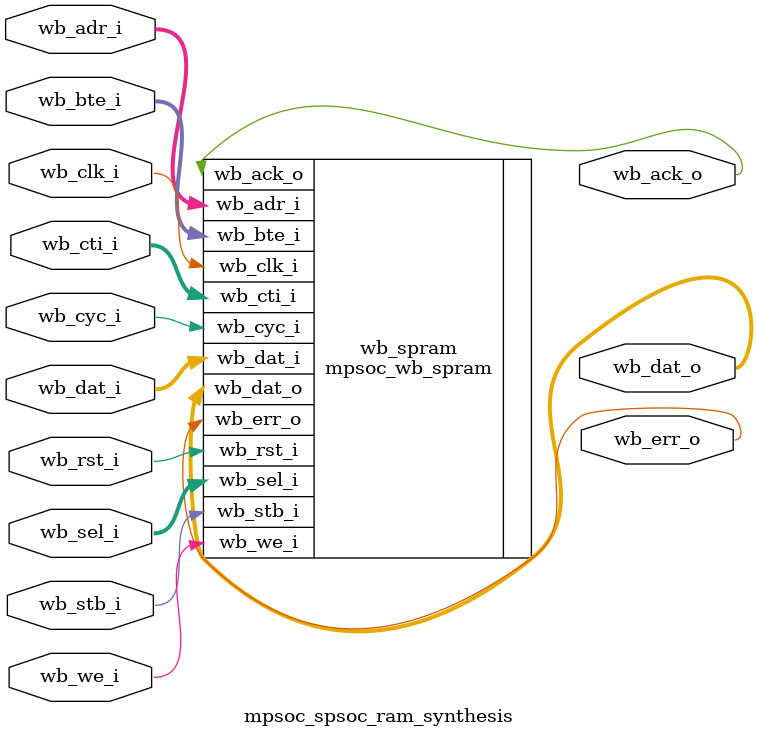
<source format=sv>

/* Copyright (c) 2018-2019 by the author(s)
 *
 * Permission is hereby granted, free of charge, to any person obtaining a copy
 * of this software and associated documentation files (the "Software"), to deal
 * in the Software without restriction, including without limitation the rights
 * to use, copy, modify, merge, publish, distribute, sublicense, and/or sell
 * copies of the Software, and to permit persons to whom the Software is
 * furnished to do so, subject to the following conditions:
 *
 * The above copyright notice and this permission notice shall be included in
 * all copies or substantial portions of the Software.
 *
 * THE SOFTWARE IS PROVIDED "AS IS", WITHOUT WARRANTY OF ANY KIND, EXPRESS OR
 * IMPLIED, INCLUDING BUT NOT LIMITED TO THE WARRANTIES OF MERCHANTABILITY,
 * FITNESS FOR A PARTICULAR PURPOSE AND NONINFRINGEMENT. IN NO EVENT SHALL THE
 * AUTHORS OR COPYRIGHT HOLDERS BE LIABLE FOR ANY CLAIM, DAMAGES OR OTHER
 * LIABILITY, WHETHER IN AN ACTION OF CONTRACT, TORT OR OTHERWISE, ARISING FROM,
 * OUT OF OR IN CONNECTION WITH THE SOFTWARE OR THE USE OR OTHER DEALINGS IN
 * THE SOFTWARE.
 *
 * =============================================================================
 * Author(s):
 *   Paco Reina Campo <pacoreinacampo@queenfield.tech>
 */

module mpsoc_spsoc_ram_synthesis #(
  //Memory parameters
  parameter DEPTH   = 256,
  parameter MEMFILE = "",

  //Wishbone parameters
  parameter DW = 32,
  parameter AW = $clog2(DEPTH)
) (
  input wb_clk_i,
  input wb_rst_i,

  input [AW-1:0] wb_adr_i,
  input [DW-1:0] wb_dat_i,
  input [   3:0] wb_sel_i,
  input          wb_we_i,
  input [   1:0] wb_bte_i,
  input [   2:0] wb_cti_i,
  input          wb_cyc_i,
  input          wb_stb_i,

  output reg          wb_ack_o,
  output              wb_err_o,
  output     [DW-1:0] wb_dat_o
);

  //////////////////////////////////////////////////////////////////
  //
  // Module Body
  //

  //DUT WB
  mpsoc_wb_spram #(
    //Memory parameters
    .DEPTH  (DEPTH),
    .MEMFILE(MEMFILE),

    //Wishbone parameters
    .AW(AW),
    .DW(DW)
  ) wb_spram (
    .wb_clk_i(wb_clk_i),
    .wb_rst_i(wb_rst_i),

    .wb_adr_i(wb_adr_i),
    .wb_dat_i(wb_dat_i),
    .wb_sel_i(wb_sel_i),
    .wb_we_i (wb_we_i),
    .wb_bte_i(wb_bte_i),
    .wb_cti_i(wb_cti_i),
    .wb_cyc_i(wb_cyc_i),
    .wb_stb_i(wb_stb_i),
    .wb_ack_o(wb_ack_o),
    .wb_err_o(wb_err_o),
    .wb_dat_o(wb_dat_o)
  );
endmodule

</source>
